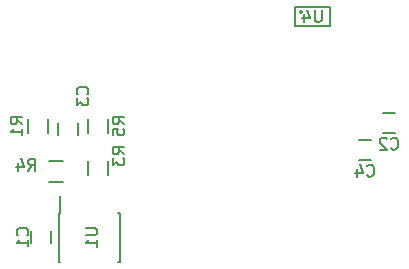
<source format=gbo>
%TF.GenerationSoftware,KiCad,Pcbnew,0.201512191116+6384~39~ubuntu14.04.1-stable*%
%TF.CreationDate,2015-12-20T22:07:31+01:00*%
%TF.ProjectId,hv,68762E6B696361645F70636200000000,rev?*%
%TF.FileFunction,Legend,Bot*%
%FSLAX46Y46*%
G04 Gerber Fmt 4.6, Leading zero omitted, Abs format (unit mm)*
G04 Created by KiCad (PCBNEW 0.201512191116+6384~39~ubuntu14.04.1-stable) date Son 20 Dez 2015 22:07:31 CET*
%MOMM*%
G01*
G04 APERTURE LIST*
%ADD10C,0.100000*%
%ADD11C,0.150000*%
G04 APERTURE END LIST*
D10*
D11*
X173447000Y-93429000D02*
X173592000Y-93429000D01*
X173447000Y-97579000D02*
X173592000Y-97579000D01*
X178597000Y-97579000D02*
X178452000Y-97579000D01*
X178597000Y-93429000D02*
X178452000Y-93429000D01*
X173447000Y-93429000D02*
X173447000Y-97579000D01*
X178597000Y-93429000D02*
X178597000Y-97579000D01*
X173592000Y-93429000D02*
X173592000Y-92029000D01*
X171108000Y-96004000D02*
X171108000Y-95004000D01*
X172808000Y-95004000D02*
X172808000Y-96004000D01*
X201922000Y-86702000D02*
X200922000Y-86702000D01*
X200922000Y-85002000D02*
X201922000Y-85002000D01*
X173394000Y-86860000D02*
X173394000Y-85860000D01*
X175094000Y-85860000D02*
X175094000Y-86860000D01*
X199890000Y-88988000D02*
X198890000Y-88988000D01*
X198890000Y-87288000D02*
X199890000Y-87288000D01*
X170829000Y-85506000D02*
X170829000Y-86706000D01*
X172579000Y-86706000D02*
X172579000Y-85506000D01*
X177659000Y-90262000D02*
X177659000Y-89062000D01*
X175909000Y-89062000D02*
X175909000Y-90262000D01*
X172628000Y-90791000D02*
X173828000Y-90791000D01*
X173828000Y-89041000D02*
X172628000Y-89041000D01*
X175909000Y-85506000D02*
X175909000Y-86706000D01*
X177659000Y-86706000D02*
X177659000Y-85506000D01*
X194086421Y-76435000D02*
G75*
G03X194086421Y-76435000I-141421J0D01*
G01*
X196445000Y-76035000D02*
X196445000Y-77635000D01*
X196445000Y-77635000D02*
X193445000Y-77635000D01*
X193445000Y-77635000D02*
X193445000Y-76035000D01*
X193445000Y-76035000D02*
X196445000Y-76035000D01*
X175728381Y-94742095D02*
X176537905Y-94742095D01*
X176633143Y-94789714D01*
X176680762Y-94837333D01*
X176728381Y-94932571D01*
X176728381Y-95123048D01*
X176680762Y-95218286D01*
X176633143Y-95265905D01*
X176537905Y-95313524D01*
X175728381Y-95313524D01*
X176728381Y-96313524D02*
X176728381Y-95742095D01*
X176728381Y-96027809D02*
X175728381Y-96027809D01*
X175871238Y-95932571D01*
X175966476Y-95837333D01*
X176014095Y-95742095D01*
X170791143Y-95337334D02*
X170838762Y-95289715D01*
X170886381Y-95146858D01*
X170886381Y-95051620D01*
X170838762Y-94908762D01*
X170743524Y-94813524D01*
X170648286Y-94765905D01*
X170457810Y-94718286D01*
X170314952Y-94718286D01*
X170124476Y-94765905D01*
X170029238Y-94813524D01*
X169934000Y-94908762D01*
X169886381Y-95051620D01*
X169886381Y-95146858D01*
X169934000Y-95289715D01*
X169981619Y-95337334D01*
X170886381Y-96289715D02*
X170886381Y-95718286D01*
X170886381Y-96004000D02*
X169886381Y-96004000D01*
X170029238Y-95908762D01*
X170124476Y-95813524D01*
X170172095Y-95718286D01*
X201588666Y-87987143D02*
X201636285Y-88034762D01*
X201779142Y-88082381D01*
X201874380Y-88082381D01*
X202017238Y-88034762D01*
X202112476Y-87939524D01*
X202160095Y-87844286D01*
X202207714Y-87653810D01*
X202207714Y-87510952D01*
X202160095Y-87320476D01*
X202112476Y-87225238D01*
X202017238Y-87130000D01*
X201874380Y-87082381D01*
X201779142Y-87082381D01*
X201636285Y-87130000D01*
X201588666Y-87177619D01*
X201207714Y-87177619D02*
X201160095Y-87130000D01*
X201064857Y-87082381D01*
X200826761Y-87082381D01*
X200731523Y-87130000D01*
X200683904Y-87177619D01*
X200636285Y-87272857D01*
X200636285Y-87368095D01*
X200683904Y-87510952D01*
X201255333Y-88082381D01*
X200636285Y-88082381D01*
X175871143Y-83399334D02*
X175918762Y-83351715D01*
X175966381Y-83208858D01*
X175966381Y-83113620D01*
X175918762Y-82970762D01*
X175823524Y-82875524D01*
X175728286Y-82827905D01*
X175537810Y-82780286D01*
X175394952Y-82780286D01*
X175204476Y-82827905D01*
X175109238Y-82875524D01*
X175014000Y-82970762D01*
X174966381Y-83113620D01*
X174966381Y-83208858D01*
X175014000Y-83351715D01*
X175061619Y-83399334D01*
X174966381Y-83732667D02*
X174966381Y-84351715D01*
X175347333Y-84018381D01*
X175347333Y-84161239D01*
X175394952Y-84256477D01*
X175442571Y-84304096D01*
X175537810Y-84351715D01*
X175775905Y-84351715D01*
X175871143Y-84304096D01*
X175918762Y-84256477D01*
X175966381Y-84161239D01*
X175966381Y-83875524D01*
X175918762Y-83780286D01*
X175871143Y-83732667D01*
X199556666Y-90273143D02*
X199604285Y-90320762D01*
X199747142Y-90368381D01*
X199842380Y-90368381D01*
X199985238Y-90320762D01*
X200080476Y-90225524D01*
X200128095Y-90130286D01*
X200175714Y-89939810D01*
X200175714Y-89796952D01*
X200128095Y-89606476D01*
X200080476Y-89511238D01*
X199985238Y-89416000D01*
X199842380Y-89368381D01*
X199747142Y-89368381D01*
X199604285Y-89416000D01*
X199556666Y-89463619D01*
X198699523Y-89701714D02*
X198699523Y-90368381D01*
X198937619Y-89320762D02*
X199175714Y-90035048D01*
X198556666Y-90035048D01*
X170378381Y-85939334D02*
X169902190Y-85606000D01*
X170378381Y-85367905D02*
X169378381Y-85367905D01*
X169378381Y-85748858D01*
X169426000Y-85844096D01*
X169473619Y-85891715D01*
X169568857Y-85939334D01*
X169711714Y-85939334D01*
X169806952Y-85891715D01*
X169854571Y-85844096D01*
X169902190Y-85748858D01*
X169902190Y-85367905D01*
X170378381Y-86891715D02*
X170378381Y-86320286D01*
X170378381Y-86606000D02*
X169378381Y-86606000D01*
X169521238Y-86510762D01*
X169616476Y-86415524D01*
X169664095Y-86320286D01*
X179014381Y-88479334D02*
X178538190Y-88146000D01*
X179014381Y-87907905D02*
X178014381Y-87907905D01*
X178014381Y-88288858D01*
X178062000Y-88384096D01*
X178109619Y-88431715D01*
X178204857Y-88479334D01*
X178347714Y-88479334D01*
X178442952Y-88431715D01*
X178490571Y-88384096D01*
X178538190Y-88288858D01*
X178538190Y-87907905D01*
X178014381Y-88812667D02*
X178014381Y-89431715D01*
X178395333Y-89098381D01*
X178395333Y-89241239D01*
X178442952Y-89336477D01*
X178490571Y-89384096D01*
X178585810Y-89431715D01*
X178823905Y-89431715D01*
X178919143Y-89384096D01*
X178966762Y-89336477D01*
X179014381Y-89241239D01*
X179014381Y-88955524D01*
X178966762Y-88860286D01*
X178919143Y-88812667D01*
X170854666Y-89860381D02*
X171188000Y-89384190D01*
X171426095Y-89860381D02*
X171426095Y-88860381D01*
X171045142Y-88860381D01*
X170949904Y-88908000D01*
X170902285Y-88955619D01*
X170854666Y-89050857D01*
X170854666Y-89193714D01*
X170902285Y-89288952D01*
X170949904Y-89336571D01*
X171045142Y-89384190D01*
X171426095Y-89384190D01*
X169997523Y-89193714D02*
X169997523Y-89860381D01*
X170235619Y-88812762D02*
X170473714Y-89527048D01*
X169854666Y-89527048D01*
X179014381Y-85939334D02*
X178538190Y-85606000D01*
X179014381Y-85367905D02*
X178014381Y-85367905D01*
X178014381Y-85748858D01*
X178062000Y-85844096D01*
X178109619Y-85891715D01*
X178204857Y-85939334D01*
X178347714Y-85939334D01*
X178442952Y-85891715D01*
X178490571Y-85844096D01*
X178538190Y-85748858D01*
X178538190Y-85367905D01*
X178014381Y-86844096D02*
X178014381Y-86367905D01*
X178490571Y-86320286D01*
X178442952Y-86367905D01*
X178395333Y-86463143D01*
X178395333Y-86701239D01*
X178442952Y-86796477D01*
X178490571Y-86844096D01*
X178585810Y-86891715D01*
X178823905Y-86891715D01*
X178919143Y-86844096D01*
X178966762Y-86796477D01*
X179014381Y-86701239D01*
X179014381Y-86463143D01*
X178966762Y-86367905D01*
X178919143Y-86320286D01*
X195706905Y-76287381D02*
X195706905Y-77096905D01*
X195659286Y-77192143D01*
X195611667Y-77239762D01*
X195516429Y-77287381D01*
X195325952Y-77287381D01*
X195230714Y-77239762D01*
X195183095Y-77192143D01*
X195135476Y-77096905D01*
X195135476Y-76287381D01*
X194230714Y-76620714D02*
X194230714Y-77287381D01*
X194468810Y-76239762D02*
X194706905Y-76954048D01*
X194087857Y-76954048D01*
M02*

</source>
